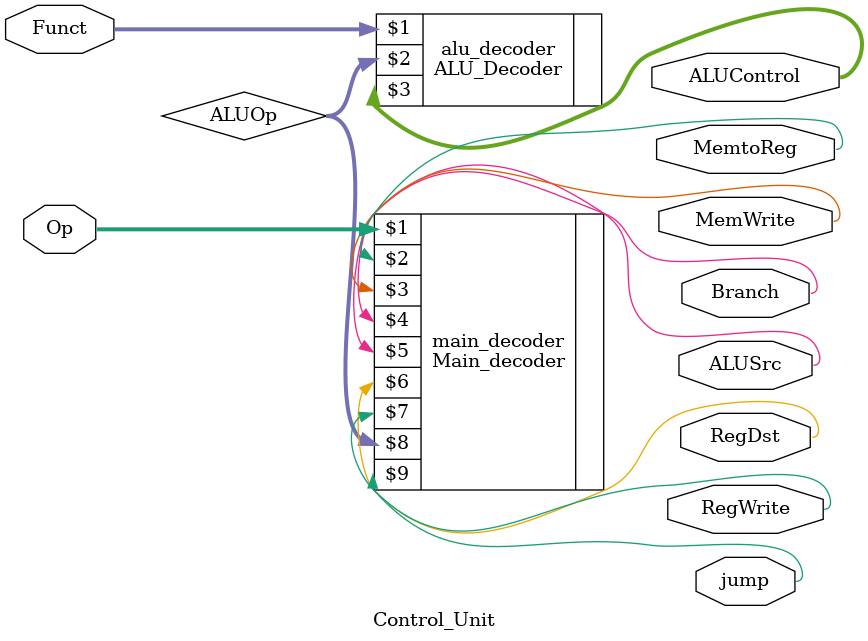
<source format=v>
module Control_Unit(Op,Funct,MemtoReg,MemWrite,Branch,ALUSrc,RegDst,RegWrite,ALUControl,jump);
input [5:0]Op;
input [5:0]Funct;
output [2:0]ALUControl;
output MemtoReg,MemWrite,Branch,ALUSrc,RegDst,RegWrite,jump;
wire [1:0]ALUOp;
Main_decoder main_decoder(Op,MemtoReg,MemWrite,Branch,ALUSrc,RegDst,RegWrite,ALUOp,jump);
ALU_Decoder alu_decoder(Funct,ALUOp,ALUControl);
endmodule

</source>
